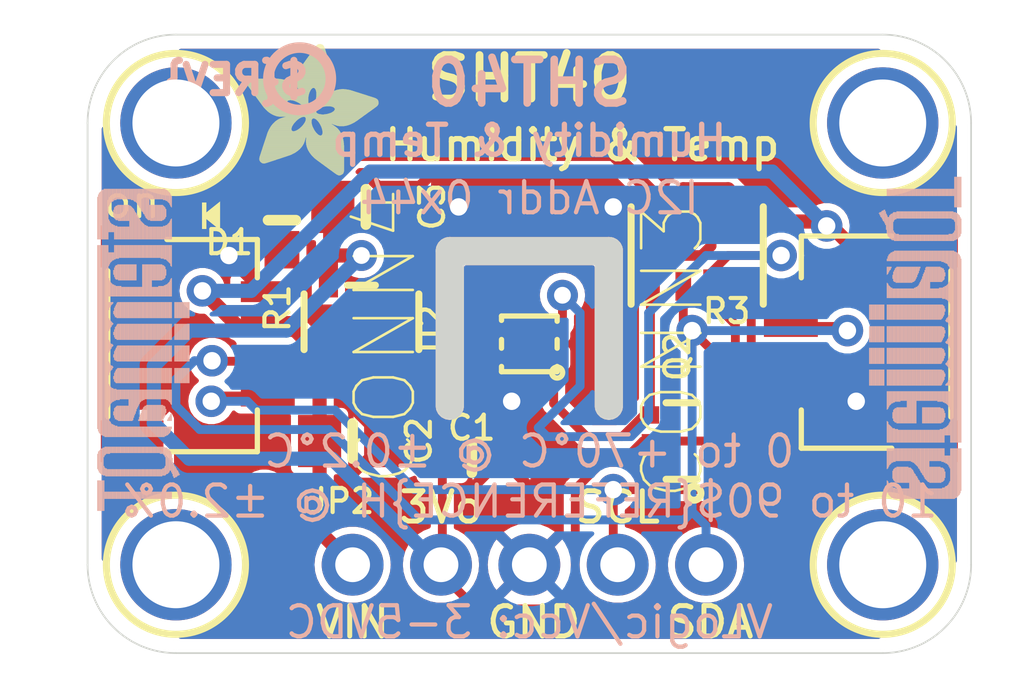
<source format=kicad_pcb>
(kicad_pcb (version 20221018) (generator pcbnew)
  (layers (0 "F.Cu" signal) (31 "B.Cu" signal) (34 "B.Paste" user) (35 "F.Paste" user) (36 "B.SilkS" user "B.Silkscreen") (37 "F.SilkS" user "F.Silkscreen") (38 "B.Mask" user) (39 "F.Mask" user) (44 "Edge.Cuts" user))
  (net 0 "")
  (net 1 "GND")
  (net 2 "SDA")
  (net 3 "SCL")
  (net 4 "SCL_3V")
  (net 5 "SDA_3V")
  (net 6 "3.3V")
  (net 7 "VCC")
  (net 8 "N$1")
  (footprint "working:MOUNTINGHOLE_2.5_PLATED" (layer "F.Cu") (at 158.6611 98.6536)
    (fp_text reference "U$17" hide)
    (fp_text value "MOUNTINGHOLE2.5" hide)
    (pad "P$1" thru_hole circle (at 0 0) (size 3.2 3.2) (drill 2.5) (layers "*.Cu" "*.Mask"))
    (zone (net 0) (net_name "") (layer "F.Cu") (connect_pads (clearance 0)) (min_thickness 0.25)
      (keepout (tracks not_allowed) (vias not_allowed) (pads not_allowed) (copperpour not_allowed) (footprints allowed))
      (fill (thermal_gap 0.5) (thermal_bridge_width 0.5))
      (polygon (pts (xy 160.6771 98.6536) (xy 160.65748 98.373027) (xy 160.599004 98.097915) (xy 160.502808 97.833619) (xy 160.370765 97.585283) (xy 160.205446 97.35774) (xy 160.010067 97.15542) (xy 159.788433 96.98226) (xy 159.544856 96.841631) (xy 159.284078 96.73627) (xy 159.011175 96.668228) (xy 158.731457 96.638828) (xy 158.450371 96.648644) (xy 158.173385 96.697484) (xy 157.905893 96.784397) (xy 157.6531 96.907693) (xy 157.419926 97.06497) (xy 157.210911 97.253169) (xy 157.030122 97.468625) (xy 156.881078 97.707145) (xy 156.76668 97.964087) (xy 156.689154 98.23445) (xy 156.650011 98.512971) (xy 156.650011 98.794229) (xy 156.689154 99.07275) (xy 156.76668 99.343113) (xy 156.881078 99.600055) (xy 157.030122 99.838575) (xy 157.210911 100.054031) (xy 157.419926 100.24223) (xy 157.6531 100.399507) (xy 157.905893 100.522803) (xy 158.173385 100.609716) (xy 158.450371 100.658556) (xy 158.731457 100.668372) (xy 159.011175 100.638972) (xy 159.284078 100.57093) (xy 159.544856 100.465569) (xy 159.788433 100.32494) (xy 160.010067 100.15178) (xy 160.205446 99.94946) (xy 160.370765 99.721917) (xy 160.502808 99.473581) (xy 160.599004 99.209285) (xy 160.65748 98.934173)))
      (polygon (pts (xy 158.6451 98.6536) (xy 158.649786 98.664914) (xy 158.6611 98.6696) (xy 158.672414 98.664914) (xy 158.6771 98.6536) (xy 158.672414 98.642286) (xy 158.6611 98.6376) (xy 158.649786 98.642286)))
    )
    (zone (net 0) (net_name "") (layer "B.Cu") (connect_pads (clearance 0)) (min_thickness 0.25)
      (keepout (tracks not_allowed) (vias not_allowed) (pads not_allowed) (copperpour not_allowed) (footprints allowed))
      (fill (thermal_gap 0.5) (thermal_bridge_width 0.5))
      (polygon (pts (xy 160.6771 98.6536) (xy 160.65748 98.373027) (xy 160.599004 98.097915) (xy 160.502808 97.833619) (xy 160.370765 97.585283) (xy 160.205446 97.35774) (xy 160.010067 97.15542) (xy 159.788433 96.98226) (xy 159.544856 96.841631) (xy 159.284078 96.73627) (xy 159.011175 96.668228) (xy 158.731457 96.638828) (xy 158.450371 96.648644) (xy 158.173385 96.697484) (xy 157.905893 96.784397) (xy 157.6531 96.907693) (xy 157.419926 97.06497) (xy 157.210911 97.253169) (xy 157.030122 97.468625) (xy 156.881078 97.707145) (xy 156.76668 97.964087) (xy 156.689154 98.23445) (xy 156.650011 98.512971) (xy 156.650011 98.794229) (xy 156.689154 99.07275) (xy 156.76668 99.343113) (xy 156.881078 99.600055) (xy 157.030122 99.838575) (xy 157.210911 100.054031) (xy 157.419926 100.24223) (xy 157.6531 100.399507) (xy 157.905893 100.522803) (xy 158.173385 100.609716) (xy 158.450371 100.658556) (xy 158.731457 100.668372) (xy 159.011175 100.638972) (xy 159.284078 100.57093) (xy 159.544856 100.465569) (xy 159.788433 100.32494) (xy 160.010067 100.15178) (xy 160.205446 99.94946) (xy 160.370765 99.721917) (xy 160.502808 99.473581) (xy 160.599004 99.209285) (xy 160.65748 98.934173)))
      (polygon (pts (xy 158.6451 98.6536) (xy 158.649786 98.664914) (xy 158.6611 98.6696) (xy 158.672414 98.664914) (xy 158.6771 98.6536) (xy 158.672414 98.642286) (xy 158.6611 98.6376) (xy 158.649786 98.642286)))
    )
  )
  (footprint "working:MOUNTINGHOLE_2.5_PLATED" (layer "F.Cu") (at 138.3411 98.6536)
    (fp_text reference "U$1" hide)
    (fp_text value "MOUNTINGHOLE2.5" hide)
    (pad "P$1" thru_hole circle (at 0 0) (size 3.2 3.2) (drill 2.5) (layers "*.Cu" "*.Mask"))
    (zone (net 0) (net_name "") (layer "F.Cu") (connect_pads (clearance 0)) (min_thickness 0.25)
      (keepout (tracks not_allowed) (vias not_allowed) (pads not_allowed) (copperpour not_allowed) (footprints allowed))
      (fill (thermal_gap 0.5) (thermal_bridge_width 0.5))
      (polygon (pts (xy 140.3571 98.6536) (xy 140.33748 98.373027) (xy 140.279004 98.097915) (xy 140.182808 97.833619) (xy 140.050765 97.585283) (xy 139.885446 97.35774) (xy 139.690067 97.15542) (xy 139.468433 96.98226) (xy 139.224856 96.841631) (xy 138.964078 96.73627) (xy 138.691175 96.668228) (xy 138.411457 96.638828) (xy 138.130371 96.648644) (xy 137.853385 96.697484) (xy 137.585893 96.784397) (xy 137.3331 96.907693) (xy 137.099926 97.06497) (xy 136.890911 97.253169) (xy 136.710122 97.468625) (xy 136.561078 97.707145) (xy 136.44668 97.964087) (xy 136.369154 98.23445) (xy 136.330011 98.512971) (xy 136.330011 98.794229) (xy 136.369154 99.07275) (xy 136.44668 99.343113) (xy 136.561078 99.600055) (xy 136.710122 99.838575) (xy 136.890911 100.054031) (xy 137.099926 100.24223) (xy 137.3331 100.399507) (xy 137.585893 100.522803) (xy 137.853385 100.609716) (xy 138.130371 100.658556) (xy 138.411457 100.668372) (xy 138.691175 100.638972) (xy 138.964078 100.57093) (xy 139.224856 100.465569) (xy 139.468433 100.32494) (xy 139.690067 100.15178) (xy 139.885446 99.94946) (xy 140.050765 99.721917) (xy 140.182808 99.473581) (xy 140.279004 99.209285) (xy 140.33748 98.934173)))
      (polygon (pts (xy 138.3251 98.6536) (xy 138.329786 98.664914) (xy 138.3411 98.6696) (xy 138.352414 98.664914) (xy 138.3571 98.6536) (xy 138.352414 98.642286) (xy 138.3411 98.6376) (xy 138.329786 98.642286)))
    )
    (zone (net 0) (net_name "") (layer "B.Cu") (connect_pads (clearance 0)) (min_thickness 0.25)
      (keepout (tracks not_allowed) (vias not_allowed) (pads not_allowed) (copperpour not_allowed) (footprints allowed))
      (fill (thermal_gap 0.5) (thermal_bridge_width 0.5))
      (polygon (pts (xy 140.3571 98.6536) (xy 140.33748 98.373027) (xy 140.279004 98.097915) (xy 140.182808 97.833619) (xy 140.050765 97.585283) (xy 139.885446 97.35774) (xy 139.690067 97.15542) (xy 139.468433 96.98226) (xy 139.224856 96.841631) (xy 138.964078 96.73627) (xy 138.691175 96.668228) (xy 138.411457 96.638828) (xy 138.130371 96.648644) (xy 137.853385 96.697484) (xy 137.585893 96.784397) (xy 137.3331 96.907693) (xy 137.099926 97.06497) (xy 136.890911 97.253169) (xy 136.710122 97.468625) (xy 136.561078 97.707145) (xy 136.44668 97.964087) (xy 136.369154 98.23445) (xy 136.330011 98.512971) (xy 136.330011 98.794229) (xy 136.369154 99.07275) (xy 136.44668 99.343113) (xy 136.561078 99.600055) (xy 136.710122 99.838575) (xy 136.890911 100.054031) (xy 137.099926 100.24223) (xy 137.3331 100.399507) (xy 137.585893 100.522803) (xy 137.853385 100.609716) (xy 138.130371 100.658556) (xy 138.411457 100.668372) (xy 138.691175 100.638972) (xy 138.964078 100.57093) (xy 139.224856 100.465569) (xy 139.468433 100.32494) (xy 139.690067 100.15178) (xy 139.885446 99.94946) (xy 140.050765 99.721917) (xy 140.182808 99.473581) (xy 140.279004 99.209285) (xy 140.33748 98.934173)))
      (polygon (pts (xy 138.3251 98.6536) (xy 138.329786 98.664914) (xy 138.3411 98.6696) (xy 138.352414 98.664914) (xy 138.3571 98.6536) (xy 138.352414 98.642286) (xy 138.3411 98.6376) (xy 138.329786 98.642286)))
    )
  )
  (footprint "working:SHT4X" (layer "F.Cu") (at 148.5011 105.0036 180)
    (fp_text reference "X1" hide)
    (fp_text value "SHT4X_" hide)
    (pad "1" smd rect (at -0.7 -0.4 270) (size 0.35 0.55) (layers "F.Cu" "F.Paste" "F.Mask") (net 5 "SDA_3V"))
    (pad "2" smd rect (at -0.7 0.4 270) (size 0.35 0.55) (layers "F.Cu" "F.Paste" "F.Mask") (net 4 "SCL_3V"))
    (pad "3" smd rect (at 0.7 0.4 270) (size 0.35 0.55) (layers "F.Cu" "F.Paste" "F.Mask") (net 6 "3.3V"))
    (pad "4" smd rect (at 0.7 -0.4 270) (size 0.35 0.55) (layers "F.Cu" "F.Paste" "F.Mask") (net 1 "GND"))
  )
  (footprint "working:1X05_ROUND_70" (layer "F.Cu") (at 148.5011 111.3536)
    (fp_text reference "JP2" (at -6.4262 -1.8288) (layer "F.SilkS") (effects (font (size 0.692831 0.692831) (thickness 0.119969)) (justify left)))
    (fp_text value "")
    (pad "1" thru_hole circle (at -5.08 0 90) (size 1.778 1.778) (drill 1) (layers "*.Cu" "*.Mask") (net 7 "VCC"))
    (pad "2" thru_hole circle (at -2.54 0 90) (size 1.778 1.778) (drill 1) (layers "*.Cu" "*.Mask") (net 6 "3.3V"))
    (pad "3" thru_hole circle (at 0 0 90) (size 1.778 1.778) (drill 1) (layers "*.Cu" "*.Mask") (net 1 "GND"))
    (pad "4" thru_hole circle (at 2.54 0 90) (size 1.778 1.778) (drill 1) (layers "*.Cu" "*.Mask") (net 3 "SCL"))
    (pad "5" thru_hole circle (at 5.08 0 90) (size 1.778 1.778) (drill 1) (layers "*.Cu" "*.Mask") (net 2 "SDA"))
  )
  (footprint "working:SOT363" (layer "F.Cu") (at 152.8826 107.7976 90)
    (fp_text reference "Q2" (at 1.651 -0.127 90) (layer "F.SilkS") (effects (font (size 0.692831 0.692831) (thickness 0.119969)) (justify left)))
    (fp_text value "BSS138")
    (pad "1" smd rect (at -0.75 0.9 90) (size 0.5 0.5) (layers "F.Cu" "F.Paste" "F.Mask") (net 4 "SCL_3V"))
    (pad "2" smd rect (at 0 0.9 90) (size 0.4 0.5) (layers "F.Cu" "F.Paste" "F.Mask") (net 6 "3.3V"))
    (pad "3" smd rect (at 0.75 0.9 90) (size 0.5 0.5) (layers "F.Cu" "F.Paste" "F.Mask") (net 2 "SDA"))
    (pad "4" smd rect (at 0.75 -0.9 90) (size 0.5 0.5) (layers "F.Cu" "F.Paste" "F.Mask") (net 5 "SDA_3V"))
    (pad "5" smd rect (at 0 -0.9 90) (size 0.4 0.5) (layers "F.Cu" "F.Paste" "F.Mask") (net 6 "3.3V"))
    (pad "6" smd rect (at -0.75 -0.9 90) (size 0.5 0.5) (layers "F.Cu" "F.Paste" "F.Mask") (net 3 "SCL"))
  )
  (footprint "working:FIDUCIAL_1MM" (layer "F.Cu") (at 140.8811 109.3216)
    (fp_text reference "FID3" hide)
    (fp_text value "FIDUCIAL_1MM" hide)
    (pad "1" smd roundrect (at 0 0) (size 1 1) (layers "F.Cu" "F.Mask") (roundrect_rratio 0.5))
  )
  (footprint "working:RESPACK_4X0603" (layer "F.Cu") (at 153.3271 102.4636 180)
    (fp_text reference "R3" (at -1.6 -1.6) (layer "F.SilkS") (effects (font (size 0.692831 0.692831) (thickness 0.119969)) (justify right)))
    (fp_text value "10K")
    (pad "1" smd rect (at -1.3 0.85 180) (size 0.45 0.9) (layers "F.Cu" "F.Paste" "F.Mask") (net 7 "VCC"))
    (pad "2" smd rect (at -0.4 0.85 180) (size 0.45 0.9) (layers "F.Cu" "F.Paste" "F.Mask") (net 6 "3.3V"))
    (pad "3" smd rect (at 0.4 0.85 180) (size 0.45 0.9) (layers "F.Cu" "F.Paste" "F.Mask") (net 7 "VCC"))
    (pad "4" smd rect (at 1.3 0.85 180) (size 0.45 0.9) (layers "F.Cu" "F.Paste" "F.Mask") (net 6 "3.3V"))
    (pad "5" smd rect (at 1.3 -0.85 180) (size 0.45 0.9) (layers "F.Cu" "F.Paste" "F.Mask") (net 5 "SDA_3V"))
    (pad "6" smd rect (at 0.4 -0.85 180) (size 0.45 0.9) (layers "F.Cu" "F.Paste" "F.Mask") (net 2 "SDA"))
    (pad "7" smd rect (at -0.4 -0.85 180) (size 0.45 0.9) (layers "F.Cu" "F.Paste" "F.Mask") (net 4 "SCL_3V"))
    (pad "8" smd rect (at -1.3 -0.85 180) (size 0.45 0.9) (layers "F.Cu" "F.Paste" "F.Mask") (net 3 "SCL"))
  )
  (footprint "working:FIDUCIAL_1MM" (layer "F.Cu") (at 155.3591 97.3836)
    (fp_text reference "FID4" hide)
    (fp_text value "FIDUCIAL_1MM" hide)
    (pad "1" smd roundrect (at 0 0) (size 1 1) (layers "F.Cu" "F.Mask") (roundrect_rratio 0.5))
  )
  (footprint "working:0603-NO" (layer "F.Cu") (at 141.3891 101.4476 -90)
    (fp_text reference "R1" (at 1.778 0.127 90) (layer "F.SilkS") (effects (font (size 0.692831 0.692831) (thickness 0.119969)) (justify right)))
    (fp_text value "10K")
    (pad "1" smd rect (at -0.85 0 270) (size 1.075 1) (layers "F.Cu" "F.Paste" "F.Mask") (net 6 "3.3V"))
    (pad "2" smd rect (at 0.85 0 270) (size 1.075 1) (layers "F.Cu" "F.Paste" "F.Mask") (net 8 "N$1"))
  )
  (footprint "working:CHIPLED_0603_NOOUTLINE" (layer "F.Cu") (at 139.3571 101.3206 90)
    (fp_text reference "D1" (at -0.762 1.27) (layer "F.SilkS") (effects (font (size 0.692831 0.692831) (thickness 0.119969)) (justify right)))
    (fp_text value "GREEN")
    (pad "A" smd rect (at 0 0.75 90) (size 0.8 0.8) (layers "F.Cu" "F.Paste" "F.Mask") (net 8 "N$1"))
    (pad "C" smd rect (at 0 -0.75 90) (size 0.8 0.8) (layers "F.Cu" "F.Paste" "F.Mask") (net 1 "GND"))
  )
  (footprint "working:MOUNTINGHOLE_2.5_PLATED" (layer "F.Cu") (at 158.6611 111.3536)
    (fp_text reference "U$21" hide)
    (fp_text value "MOUNTINGHOLE2.5" hide)
    (pad "P$1" thru_hole circle (at 0 0) (size 3.2 3.2) (drill 2.5) (layers "*.Cu" "*.Mask"))
    (zone (net 0) (net_name "") (layer "F.Cu") (connect_pads (clearance 0)) (min_thickness 0.25)
      (keepout (tracks not_allowed) (vias not_allowed) (pads not_allowed) (copperpour not_allowed) (footprints allowed))
      (fill (thermal_gap 0.5) (thermal_bridge_width 0.5))
      (polygon (pts (xy 160.6771 111.3536) (xy 160.65748 111.073027) (xy 160.599004 110.797915) (xy 160.502808 110.533619) (xy 160.370765 110.285283) (xy 160.205446 110.05774) (xy 160.010067 109.85542) (xy 159.788433 109.68226) (xy 159.544856 109.541631) (xy 159.284078 109.43627) (xy 159.011175 109.368228) (xy 158.731457 109.338828) (xy 158.450371 109.348644) (xy 158.173385 109.397484) (xy 157.905893 109.484397) (xy 157.6531 109.607693) (xy 157.419926 109.76497) (xy 157.210911 109.953169) (xy 157.030122 110.168625) (xy 156.881078 110.407145) (xy 156.76668 110.664087) (xy 156.689154 110.93445) (xy 156.650011 111.212971) (xy 156.650011 111.494229) (xy 156.689154 111.77275) (xy 156.76668 112.043113) (xy 156.881078 112.300055) (xy 157.030122 112.538575) (xy 157.210911 112.754031) (xy 157.419926 112.94223) (xy 157.6531 113.099507) (xy 157.905893 113.222803) (xy 158.173385 113.309716) (xy 158.450371 113.358556) (xy 158.731457 113.368372) (xy 159.011175 113.338972) (xy 159.284078 113.27093) (xy 159.544856 113.165569) (xy 159.788433 113.02494) (xy 160.010067 112.85178) (xy 160.205446 112.64946) (xy 160.370765 112.421917) (xy 160.502808 112.173581) (xy 160.599004 111.909285) (xy 160.65748 111.634173)))
      (polygon (pts (xy 158.6451 111.3536) (xy 158.649786 111.364914) (xy 158.6611 111.3696) (xy 158.672414 111.364914) (xy 158.6771 111.3536) (xy 158.672414 111.342286) (xy 158.6611 111.3376) (xy 158.649786 111.342286)))
    )
    (zone (net 0) (net_name "") (layer "B.Cu") (connect_pads (clearance 0)) (min_thickness 0.25)
      (keepout (tracks not_allowed) (vias not_allowed) (pads not_allowed) (copperpour not_allowed) (footprints allowed))
      (fill (thermal_gap 0.5) (thermal_bridge_width 0.5))
      (polygon (pts (xy 160.6771 111.3536) (xy 160.65748 111.073027) (xy 160.599004 110.797915) (xy 160.502808 110.533619) (xy 160.370765 110.285283) (xy 160.205446 110.05774) (xy 160.010067 109.85542) (xy 159.788433 109.68226) (xy 159.544856 109.541631) (xy 159.284078 109.43627) (xy 159.011175 109.368228) (xy 158.731457 109.338828) (xy 158.450371 109.348644) (xy 158.173385 109.397484) (xy 157.905893 109.484397) (xy 157.6531 109.607693) (xy 157.419926 109.76497) (xy 157.210911 109.953169) (xy 157.030122 110.168625) (xy 156.881078 110.407145) (xy 156.76668 110.664087) (xy 156.689154 110.93445) (xy 156.650011 111.212971) (xy 156.650011 111.494229) (xy 156.689154 111.77275) (xy 156.76668 112.043113) (xy 156.881078 112.300055) (xy 157.030122 112.538575) (xy 157.210911 112.754031) (xy 157.419926 112.94223) (xy 157.6531 113.099507) (xy 157.905893 113.222803) (xy 158.173385 113.309716) (xy 158.450371 113.358556) (xy 158.731457 113.368372) (xy 159.011175 113.338972) (xy 159.284078 113.27093) (xy 159.544856 113.165569) (xy 159.788433 113.02494) (xy 160.010067 112.85178) (xy 160.205446 112.64946) (xy 160.370765 112.421917) (xy 160.502808 112.173581) (xy 160.599004 111.909285) (xy 160.65748 111.634173)))
      (polygon (pts (xy 158.6451 111.3536) (xy 158.649786 111.364914) (xy 158.6611 111.3696) (xy 158.672414 111.364914) (xy 158.6771 111.3536) (xy 158.672414 111.342286) (xy 158.6611 111.3376) (xy 158.649786 111.342286)))
    )
  )
  (footprint "working:0603-NO" (layer "F.Cu") (at 146.8501 108.3056)
    (fp_text reference "C1" (at -0.762 -0.889) (layer "F.SilkS") (effects (font (size 0.692831 0.692831) (thickness 0.119969)) (justify left)))
    (fp_text value "0.1uF")
    (pad "1" smd rect (at -0.85 0) (size 1.075 1) (layers "F.Cu" "F.Paste" "F.Mask") (net 6 "3.3V"))
    (pad "2" smd rect (at 0.85 0) (size 1.075 1) (layers "F.Cu" "F.Paste" "F.Mask") (net 1 "GND"))
  )
  (footprint "working:SOT23-5" (layer "F.Cu") (at 143.6751 104.3686)
    (fp_text reference "U2" (at 2.032 -0.562 90) (layer "F.SilkS") (effects (font (size 0.692831 0.692831) (thickness 0.119969)) (justify right)))
    (fp_text value "AP2112K-3.3")
    (pad "1" smd rect (at -0.95 1.3001) (size 0.55 1.2) (layers "F.Cu" "F.Paste" "F.Mask") (net 7 "VCC"))
    (pad "2" smd rect (at 0 1.3001) (size 0.55 1.2) (layers "F.Cu" "F.Paste" "F.Mask") (net 1 "GND"))
    (pad "3" smd rect (at 0.95 1.3001) (size 0.55 1.2) (layers "F.Cu" "F.Paste" "F.Mask") (net 7 "VCC"))
    (pad "4" smd rect (at 0.95 -1.3001) (size 0.55 1.2) (layers "F.Cu" "F.Paste" "F.Mask"))
    (pad "5" smd rect (at -0.95 -1.3001) (size 0.55 1.2) (layers "F.Cu" "F.Paste" "F.Mask") (net 6 "3.3V"))
  )
  (footprint "working:MOUNTINGHOLE_2.5_PLATED" (layer "F.Cu") (at 138.3411 111.3536)
    (fp_text reference "U$19" hide)
    (fp_text value "MOUNTINGHOLE2.5" hide)
    (pad "P$1" thru_hole circle (at 0 0) (size 3.2 3.2) (drill 2.5) (layers "*.Cu" "*.Mask"))
    (zone (net 0) (net_name "") (layer "F.Cu") (connect_pads (clearance 0)) (min_thickness 0.25)
      (keepout (tracks not_allowed) (vias not_allowed) (pads not_allowed) (copperpour not_allowed) (footprints allowed))
      (fill (thermal_gap 0.5) (thermal_bridge_width 0.5))
      (polygon (pts (xy 140.3571 111.3536) (xy 140.33748 111.073027) (xy 140.279004 110.797915) (xy 140.182808 110.533619) (xy 140.050765 110.285283) (xy 139.885446 110.05774) (xy 139.690067 109.85542) (xy 139.468433 109.68226) (xy 139.224856 109.541631) (xy 138.964078 109.43627) (xy 138.691175 109.368228) (xy 138.411457 109.338828) (xy 138.130371 109.348644) (xy 137.853385 109.397484) (xy 137.585893 109.484397) (xy 137.3331 109.607693) (xy 137.099926 109.76497) (xy 136.890911 109.953169) (xy 136.710122 110.168625) (xy 136.561078 110.407145) (xy 136.44668 110.664087) (xy 136.369154 110.93445) (xy 136.330011 111.212971) (xy 136.330011 111.494229) (xy 136.369154 111.77275) (xy 136.44668 112.043113) (xy 136.561078 112.300055) (xy 136.710122 112.538575) (xy 136.890911 112.754031) (xy 137.099926 112.94223) (xy 137.3331 113.099507) (xy 137.585893 113.222803) (xy 137.853385 113.309716) (xy 138.130371 113.358556) (xy 138.411457 113.368372) (xy 138.691175 113.338972) (xy 138.964078 113.27093) (xy 139.224856 113.165569) (xy 139.468433 113.02494) (xy 139.690067 112.85178) (xy 139.885446 112.64946) (xy 140.050765 112.421917) (xy 140.182808 112.173581) (xy 140.279004 111.909285) (xy 140.33748 111.634173)))
      (polygon (pts (xy 138.3251 111.3536) (xy 138.329786 111.364914) (xy 138.3411 111.3696) (xy 138.352414 111.364914) (xy 138.3571 111.3536) (xy 138.352414 111.342286) (xy 138.3411 111.3376) (xy 138.329786 111.342286)))
    )
    (zone (net 0) (net_name "") (layer "B.Cu") (connect_pads (clearance 0)) (min_thickness 0.25)
      (keepout (tracks not_allowed) (vias not_allowed) (pads not_allowed) (copperpour not_allowed) (footprints allowed))
      (fill (thermal_gap 0.5) (thermal_bridge_width 0.5))
      (polygon (pts (xy 140.3571 111.3536) (xy 140.33748 111.073027) (xy 140.279004 110.797915) (xy 140.182808 110.533619) (xy 140.050765 110.285283) (xy 139.885446 110.05774) (xy 139.690067 109.85542) (xy 139.468433 109.68226) (xy 139.224856 109.541631) (xy 138.964078 109.43627) (xy 138.691175 109.368228) (xy 138.411457 109.338828) (xy 138.130371 109.348644) (xy 137.853385 109.397484) (xy 137.585893 109.484397) (xy 137.3331 109.607693) (xy 137.099926 109.76497) (xy 136.890911 109.953169) (xy 136.710122 110.168625) (xy 136.561078 110.407145) (xy 136.44668 110.664087) (xy 136.369154 110.93445) (xy 136.330011 111.212971) (xy 136.330011 111.494229) (xy 136.369154 111.77275) (xy 136.44668 112.043113) (xy 136.561078 112.300055) (xy 136.710122 112.538575) (xy 136.890911 112.754031) (xy 137.099926 112.94223) (xy 137.3331 113.099507) (xy 137.585893 113.222803) (xy 137.853385 113.309716) (xy 138.130371 113.358556) (xy 138.411457 113.368372) (xy 138.691175 113.338972) (xy 138.964078 113.27093) (xy 139.224856 113.165569) (xy 139.468433 113.02494) (xy 139.690067 112.85178) (xy 139.885446 112.64946) (xy 140.050765 112.421917) (xy 140.182808 112.173581) (xy 140.279004 111.909285) (xy 140.33748 111.634173)))
      (polygon (pts (xy 138.3251 111.3536) (xy 138.329786 111.364914) (xy 138.3411 111.3696) (xy 138.352414 111.364914) (xy 138.3571 111.3536) (xy 138.352414 111.342286) (xy 138.3411 111.3376) (xy 138.329786 111.342286)))
    )
  )
  (footprint "working:ADAFRUIT_3.5MM" (layer "F.Cu") (at 140.3731 100.1776)
    (fp_text reference "U$22" hide)
    (fp_text value "" hide)
  )
  (footprint "working:JST_SH4" (layer "F.Cu") (at 138.4681 105.0036 -90)
    (fp_text reference "CONN4" (at -4.6 -5.9 90) (layer "F.SilkS") (effects (font (size 1.703222 1.703222) (thickness 0.074778)) (justify right)))
    (fp_text value "STEMMA_I2C_QT" hide)
    (pad "1" smd rect (at -1.5 -2.514) (size 1.55 0.6) (layers "F.Cu" "F.Paste" "F.Mask") (net 1 "GND"))
    (pad "2" smd rect (at -0.5 -2.514) (size 1.55 0.6) (layers "F.Cu" "F.Paste" "F.Mask") (net 7 "VCC"))
    (pad "3" smd rect (at 0.5 -2.514) (size 1.55 0.6) (layers "F.Cu" "F.Paste" "F.Mask") (net 2 "SDA"))
    (pad "4" smd rect (at 1.5 -2.514) (size 1.55 0.6) (layers "F.Cu" "F.Paste" "F.Mask") (net 3 "SCL"))
    (pad "MT1" smd rect (at -2.8 1.386) (size 1.8 1.2) (layers "F.Cu" "F.Paste" "F.Mask") (net 1 "GND"))
    (pad "MT2" smd rect (at 2.8 1.386) (size 1.8 1.2) (layers "F.Cu" "F.Paste" "F.Mask") (net 1 "GND"))
  )
  (footprint "working:0805-NO" (layer "F.Cu") (at 143.4211 107.7976)
    (fp_text reference "C2" (at 1.905 -0.762 90) (layer "F.SilkS") (effects (font (size 0.692831 0.692831) (thickness 0.119969)) (justify right)))
    (fp_text value "10uF")
    (pad "1" smd rect (at -0.95 0) (size 1.24 1.5) (layers "F.Cu" "F.Paste" "F.Mask") (net 7 "VCC"))
    (pad "2" smd rect (at 0.95 0) (size 1.24 1.5) (layers "F.Cu" "F.Paste" "F.Mask") (net 1 "GND"))
  )
  (footprint "working:0805-NO" (layer "F.Cu") (at 143.8021 101.0666)
    (fp_text reference "C3" (at 1.905 -0.762 90) (layer "F.SilkS") (effects (font (size 0.692831 0.692831) (thickness 0.119969)) (justify right)))
    (fp_text value "10uF")
    (pad "1" smd rect (at -0.95 0) (size 1.24 1.5) (layers "F.Cu" "F.Paste" "F.Mask") (net 6 "3.3V"))
    (pad "2" smd rect (at 0.95 0) (size 1.24 1.5) (layers "F.Cu" "F.Paste" "F.Mask") (net 1 "GND"))
  )
  (footprint "working:JST_SH4" (layer "F.Cu") (at 158.5341 105.0036 90)
    (fp_text reference "CONN3" (at -4.6 -5.9 90) (layer "F.SilkS") (effects (font (size 1.703222 1.703222) (thickness 0.074778)) (justify left)))
    (fp_text value "STEMMA_I2C_QT" hide)
    (pad "1" smd rect (at -1.5 -2.514 180) (size 1.55 0.6) (layers "F.Cu" "F.Paste" "F.Mask") (net 1 "GND"))
    (pad "2" smd rect (at -0.5 -2.514 180) (size 1.55 0.6) (layers "F.Cu" "F.Paste" "F.Mask") (net 7 "VCC"))
    (pad "3" smd rect (at 0.5 -2.514 180) (size 1.55 0.6) (layers "F.Cu" "F.Paste" "F.Mask") (net 2 "SDA"))
    (pad "4" smd rect (at 1.5 -2.514 180) (size 1.55 0.6) (layers "F.Cu" "F.Paste" "F.Mask") (net 3 "SCL"))
    (pad "MT1" smd rect (at -2.8 1.386 180) (size 1.8 1.2) (layers "F.Cu" "F.Paste" "F.Mask") (net 1 "GND"))
    (pad "MT2" smd rect (at 2.8 1.386 180) (size 1.8 1.2) (layers "F.Cu" "F.Paste" "F.Mask") (net 1 "GND"))
  )
  (footprint "working:STEMMAQT" (layer "B.Cu") (at 158.2801 109.4486 90)
    (fp_text reference "U$30" hide)
    (fp_text value "" hide)
  )
  (footprint "working:PCBFEAT-REV-040" (layer "B.Cu") (at 141.8971 97.3836 180)
    (fp_text reference "U$25" hide)
    (fp_text value "" hide)
    (fp_text user "${REV}" (at -0.3556 -0.508) (layer "B.SilkS") (effects (font (size 0.8128 0.8128) (thickness 0.2032)) (justify left bottom mirror)))
  )
  (footprint "working:STEMMAQT" (layer "B.Cu") (at 138.7221 100.5586 -90)
    (fp_text reference "U$31" hide)
    (fp_text value "" hide)
  )
  (gr_line (start 161.2011 111.3536) (end 161.2011 98.6536) (stroke (width 0.05)) (layer "Edge.Cuts"))
  (gr_line (start 135.8011 98.6536) (end 135.8011 111.3536) (stroke (width 0.05)) (layer "Edge.Cuts"))
  (gr_line (start 146.2151 106.7816) (end 146.2151 102.3366) (stroke (width 0.8128)) (layer "Edge.Cuts"))
  (gr_arc (start 135.8011 98.6536) (mid 136.545049 96.857549) (end 138.3411 96.1136) (stroke (width 0.05)) (layer "Edge.Cuts"))
  (gr_arc (start 161.2011 111.3536) (mid 160.457151 113.149651) (end 158.6611 113.8936) (stroke (width 0.05)) (layer "Edge.Cuts"))
  (gr_arc (start 158.6611 96.1136) (mid 160.457151 96.857549) (end 161.2011 98.6536) (stroke (width 0.05)) (layer "Edge.Cuts"))
  (gr_line (start 146.2151 102.3366) (end 150.7871 102.3366) (stroke (width 0.8128)) (layer "Edge.Cuts"))
  (gr_line (start 138.3411 113.8936) (end 158.6611 113.8936) (stroke (width 0.05)) (layer "Edge.Cuts"))
  (gr_line (start 150.7871 102.3366) (end 150.7871 106.7816) (stroke (width 0.8128)) (layer "Edge.Cuts"))
  (gr_line (start 158.6611 96.1136) (end 138.3411 96.1136) (stroke (width 0.05)) (layer "Edge.Cuts"))
  (gr_arc (start 138.3411 113.8936) (mid 136.545049 113.149651) (end 135.8011 111.3536) (stroke (width 0.05)) (layer "Edge.Cuts"))
  (gr_text "Humidity & Temp" (at 148.5011 99.1616) (layer "B.SilkS") (effects (font (size 0.8636 0.8636) (thickness 0.1524)) (justify mirror)))
  (gr_text "0 to +70°C @ ±0.2°C\n10 to 90%RH @ ±2.0%" (at 148.5011 108.8136) (layer "B.SilkS") (effects (font (size 0.89408 0.89408) (thickness 0.12192)) (justify mirror)))
  (gr_text "VLogic/Vcc: 3-5VDC" (at 148.5011 113.0046) (layer "B.SilkS") (effects (font (size 0.89408 0.89408) (thickness 0.12192)) (justify mirror)))
  (gr_text "I2C Addr 0x44" (at 148.5011 100.8126) (layer "B.SilkS") (effects (font (size 0.89408 0.89408) (thickness 0.12192)) (justify mirror)))
  (gr_text "SHT40" (at 148.5011 97.5106) (layer "B.SilkS") (effects (font (size 1.25222 1.25222) (thickness 0.22098)) (justify mirror)))
  (gr_text "on" (at 136.1821 101.4476) (layer "F.SilkS") (effects (font (size 0.89408 0.89408) (thickness 0.12192)) (justify left bottom)))
  (gr_text "3Vo" (at 145.9611 109.7026) (layer "F.SilkS") (effects (font (size 0.87376 0.87376) (thickness 0.14224))))
  (gr_text "SCL" (at 151.0411 109.7026) (layer "F.SilkS") (effects (font (size 0.87376 0.87376) (thickness 0.14224))))
  (gr_text "SHT40" (at 148.5011 97.3836) (layer "F.SilkS") (effects (font (size 1.25222 1.25222) (thickness 0.22098))))
  (gr_text "VIN" (at 143.4211 113.0046) (layer "F.SilkS") (effects (font (size 0.87376 0.87376) (thickness 0.14224))))
  (gr_text "SDA" (at 153.7081 113.0046) (layer "F.SilkS") (effects (font (size 0.87376 0.87376) (thickness 0.14224))))
  (gr_text "Humidity & Temp" (at 150.0251 99.2886) (layer "F.SilkS") (effects (font (size 0.8636 0.8636) (thickness 0.1524))))
  (gr_text "GND" (at 148.6281 113.0046) (layer "F.SilkS") (effects (font (size 0.87376 0.87376) (thickness 0.14224))))
  (segment (start 144.3711 107.4166) (end 143.6751 106.7206) (width 0.4064) (layer "F.Cu") (net 1))
  (segment (start 140.9051 103.5036) (end 139.8651 102.4636) (width 0.4064) (layer "F.Cu") (net 1))
  (segment (start 143.6751 105.6687) (end 143.6751 106.7206) (width 0.4064) (layer "F.Cu") (net 1))
  (segment (start 144.3711 107.7976) (end 144.3711 107.4166) (width 0.4064) (layer "F.Cu") (net 1))
  (segment (start 140.9821 103.5036) (end 140.9051 103.5036) (width 0.4064) (layer "F.Cu") (net 1))
  (via (at 150.9141 101.0666) (size 0.9064) (drill 0.5) (layers "F.Cu" "B.Cu") (net 1))
  (via (at 147.9931 106.6546) (size 0.9064) (drill 0.5) (layers "F.Cu" "B.Cu") (net 1))
  (via (at 146.4691 101.0666) (size 0.9064) (drill 0.5) (layers "F.Cu" "B.Cu") (net 1))
  (via (at 157.8991 106.6546) (size 0.9064) (drill 0.5) (layers "F.Cu" "B.Cu") (net 1))
  (via (at 139.8651 102.4636) (size 0.9064) (drill 0.5) (layers "F.Cu" "B.Cu") (net 1))
  (segment (start 156.0201 104.5036) (end 157.5261 104.5036) (width 0.254) (layer "F.Cu") (net 2))
  (segment (start 140.9821 105.5036) (end 139.379706 105.5036) (width 0.254) (layer "F.Cu") (net 2))
  (segment (start 152.9271 104.3686) (end 152.9271 103.3136) (width 0.254) (layer "F.Cu") (net 2))
  (segment (start 153.1811 104.6226) (end 152.9271 104.3686) (width 0.254) (layer "F.Cu") (net 2))
  (segment (start 139.379706 105.5036) (end 139.379706 105.488994) (width 0.254) (layer "F.Cu") (net 2))
  (segment (start 153.7826 105.2241) (end 153.1811 104.6226) (width 0.254) (layer "F.Cu") (net 2))
  (segment (start 157.5261 104.5036) (end 157.6451 104.6226) (width 0.254) (layer "F.Cu") (net 2))
  (segment (start 153.7826 107.0476) (end 153.7826 105.2241) (width 0.254) (layer "F.Cu") (net 2))
  (via (at 153.1811 104.6226) (size 0.9064) (drill 0.5) (layers "F.Cu" "B.Cu") (net 2))
  (via (at 139.379706 105.488994) (size 0.9064) (drill 0.5) (layers "F.Cu" "B.Cu") (net 2))
  (via (at 157.6451 104.6226) (size 0.9064) (drill 0.5) (layers "F.Cu" "B.Cu") (net 2))
  (segment (start 142.745 107.4674) (end 145.3422 110.0646) (width 0.254) (layer "B.Cu") (net 2))
  (segment (start 153.1811 109.8296) (end 153.1811 104.6226) (width 0.254) (layer "B.Cu") (net 2))
  (segment (start 153.5811 110.2296) (end 153.5811 111.3536) (width 0.254) (layer "B.Cu") (net 2))
  (segment (start 157.6451 104.6226) (end 153.1811 104.6226) (width 0.254) (layer "B.Cu") (net 2))
  (segment (start 138.871706 105.488994) (end 138.3411 106.0196) (width 0.254) (layer "B.Cu") (net 2))
  (segment (start 153.1811 109.8296) (end 153.5811 110.2296) (width 0.254) (layer "B.Cu") (net 2))
  (segment (start 139.0269 107.4674) (end 142.745 107.4674) (width 0.254) (layer "B.Cu") (net 2))
  (segment (start 145.3422 110.0646) (end 152.9461 110.0646) (width 0.254) (layer "B.Cu") (net 2))
  (segment (start 138.3411 106.7816) (end 139.0269 107.4674) (width 0.254) (layer "B.Cu") (net 2))
  (segment (start 139.379706 105.488994) (end 138.871706 105.488994) (width 0.254) (layer "B.Cu") (net 2))
  (segment (start 138.3411 106.0196) (end 138.3411 106.7816) (width 0.254) (layer "B.Cu") (net 2))
  (segment (start 152.9461 110.0646) (end 153.1811 109.8296) (width 0.254) (layer "B.Cu") (net 2))
  (segment (start 152.08935 108.65435) (end 151.5491 109.1946) (width 0.254) (layer "F.Cu") (net 3))
  (segment (start 154.2161 109.1946) (end 152.5541 109.1946) (width 0.254) (layer "F.Cu") (net 3))
  (segment (start 150.9141 109.1946) (end 151.5491 109.1946) (width 0.254) (layer "F.Cu") (net 3))
  (segment (start 154.6271 103.3136) (end 154.8811 103.5676) (width 0.254) (layer "F.Cu") (net 3))
  (segment (start 140.9821 106.5036) (end 139.5081 106.5036) (width 0.254) (layer "F.Cu") (net 3))
  (segment (start 154.8811 108.5296) (end 154.2161 109.1946) (width 0.254) (layer "F.Cu") (net 3))
  (segment (start 150.9141 109.1946) (end 150.9141 111.2266) (width 0.254) (layer "F.Cu") (net 3))
  (segment (start 151.9826 108.5476) (end 152.08935 108.65435) (width 0.254) (layer "F.Cu") (net 3))
  (segment (start 156.0201 103.5036) (end 154.8171 103.5036) (width 0.254) (layer "F.Cu") (net 3))
  (segment (start 151.9826 108.5476) (end 151.9826 108.6231) (width 0.254) (layer "F.Cu") (net 3))
  (segment (start 139.5081 106.5036) (end 139.3571 106.6546) (width 0.254) (layer "F.Cu") (net 3))
  (segment (start 150.9141 111.2266) (end 151.0411 111.3536) (width 0.254) (layer "F.Cu") (net 3))
  (segment (start 154.8171 103.5036) (end 154.6271 103.3136) (width 0.254) (layer "F.Cu") (net 3))
  (segment (start 154.8811 103.5676) (end 154.8811 108.5296) (width 0.254) (layer "F.Cu") (net 3))
  (segment (start 152.5541 109.1946) (end 151.9826 108.6231) (width 0.254) (layer "F.Cu") (net 3))
  (via (at 150.9141 109.1946) (size 0.9064) (drill 0.5) (layers "F.Cu" "B.Cu") (net 3))
  (via (at 139.3571 106.6546) (size 0.9064) (drill 0.5) (layers "F.Cu" "B.Cu") (net 3))
  (segment (start 150.9141 109.1946) (end 145.1991 109.1946) (width 0.254) (layer "B.Cu") (net 3))
  (segment (start 145.1991 109.1946) (end 142.9131 106.9086) (width 0.254) (layer "B.Cu") (net 3))
  (segment (start 139.3571 106.6546) (end 140.396262 106.6546) (width 0.254) (layer "B.Cu") (net 3))
  (segment (start 140.396262 106.6546) (end 140.650262 106.9086) (width 0.254) (layer "B.Cu") (net 3))
  (segment (start 142.9131 106.9086) (end 140.650262 106.9086) (width 0.254) (layer "B.Cu") (net 3))
  (segment (start 153.7271 103.3136) (end 153.7271 102.9526) (width 0.254) (layer "F.Cu") (net 4))
  (segment (start 149.4536 104.42595) (end 149.4536 103.6066) (width 0.254) (layer "F.Cu") (net 4))
  (segment (start 153.7271 102.9526) (end 154.2161 102.4636) (width 0.254) (layer "F.Cu") (net 4))
  (segment (start 154.4239 104.4494) (end 154.4239 108.1786) (width 0.254) (layer "F.Cu") (net 4))
  (segment (start 153.7271 103.3136) (end 153.7271 103.7526) (width 0.254) (layer "F.Cu") (net 4))
  (segment (start 149.4536 104.42595) (end 149.27595 104.6036) (width 0.254) (layer "F.Cu") (net 4))
  (segment (start 153.7271 103.7526) (end 154.4239 104.4494) (width 0.254) (layer "F.Cu") (net 4))
  (segment (start 153.7826 108.5476) (end 154.0549 108.5476) (width 0.254) (layer "F.Cu") (net 4))
  (segment (start 149.2011 104.6036) (end 149.27595 104.6036) (width 0.254) (layer "F.Cu") (net 4))
  (segment (start 154.2161 102.4636) (end 155.7401 102.4636) (width 0.254) (layer "F.Cu") (net 4))
  (segment (start 154.4239 108.1786) (end 154.0549 108.5476) (width 0.254) (layer "F.Cu") (net 4))
  (via (at 149.4536 103.6066) (size 0.889) (drill 0.4826) (layers "F.Cu" "B.Cu") (net 4))
  (via (at 155.7401 102.4636) (size 0.9064) (drill 0.5) (layers "F.Cu" "B.Cu") (net 4))
  (segment (start 153.5811 102.4636) (end 155.7401 102.4636) (width 0.254) (layer "B.Cu") (net 4))
  (segment (start 149.9616 104.1146) (end 149.9616 106.2133) (width 0.254) (layer "B.Cu") (net 4))
  (segment (start 149.4536 103.6066) (end 149.9616 104.1146) (width 0.254) (layer "B.Cu") (net 4))
  (segment (start 151.9301 107.1626) (end 151.9301 104.1146) (width 0.254) (layer "B.Cu") (net 4))
  (segment (start 148.7583 107.4166) (end 149.9616 106.2133) (width 0.254) (layer "B.Cu") (net 4))
  (segment (start 151.4221 107.6706) (end 151.9301 107.1626) (width 0.254) (layer "B.Cu") (net 4))
  (segment (start 151.4221 107.6706) (end 149.0123 107.6706) (width 0.254) (layer "B.Cu") (net 4))
  (segment (start 149.0123 107.6706) (end 148.7583 107.4166) (width 0.254) (layer "B.Cu") (net 4))
  (segment (start 151.9301 104.1146) (end 153.5811 102.4636) (width 0.254) (layer "B.Cu") (net 4))
  (segment (start 150.1521 107.6706) (end 149.2011 106.7196) (width 0.254) (layer "F.Cu") (net 5))
  (segment (start 149.2011 106.7196) (end 149.2011 105.4036) (width 0.254) (layer "F.Cu") (net 5))
  (segment (start 151.9826 103.3581) (end 151.9826 107.0476) (width 0.254) (layer "F.Cu") (net 5))
  (segment (start 151.7921 107.0476) (end 151.1691 107.6706) (width 0.254) (layer "F.Cu") (net 5))
  (segment (start 151.7921 107.0476) (end 151.9826 107.0476) (width 0.254) (layer "F.Cu") (net 5))
  (segment (start 152.0271 103.3136) (end 151.9826 103.3581) (width 0.254) (layer "F.Cu") (net 5))
  (segment (start 150.1521 107.6706) (end 151.1691 107.6706) (width 0.254) (layer "F.Cu") (net 5))
  (segment (start 147.1041 104.9401) (end 147.1041 107.2016) (width 0.254) (layer "F.Cu") (net 6))
  (segment (start 153.7271 101.6136) (end 153.7271 102.1906) (width 0.3048) (layer "F.Cu") (net 6))
  (segment (start 146.9771 112.6236) (end 146.0001 111.6466) (width 0.254) (layer "F.Cu") (net 6))
  (segment (start 142.4931 101.0666) (end 142.8521 101.0666) (width 0.3048) (layer "F.Cu") (net 6))
  (segment (start 146.0001 108.3056) (end 146.0001 111.3146) (width 0.254) (layer "F.Cu") (net 6))
  (segment (start 142.8521 101.0666) (end 142.8521 100.1116) (width 0.4064) (layer "F.Cu") (net 6))
  (segment (start 147.1041 107.2016) (end 146.0001 108.3056) (width 0.254) (layer "F.Cu") (net 6))
  (segment (start 152.0271 102.4636) (end 152.0271 101.6136) (width 0.3048) (layer "F.Cu") (net 6))
  (segment (start 149.8219 112.0648) (end 149.2631 112.6236) (width 0.254) (layer "F.Cu") (net 6))
  (segment (start 143.4211 99.5426) (end 150.9141 99.5426) (width 0.4064) (layer "F.Cu") (net 6))
  (segment (start 142.7251 102.5906) (end 142.7251 103.0685) (width 0.3048) (layer "F.Cu") (net 6))
  (segment (start 142.8521 101.0666) (end 142.7251 101.1936) (width 0.3048) (layer "F.Cu") (net 6))
  (segment (start 142.4931 101.0666) (end 142.0241 100.5976) (width 0.3048) (layer "F.Cu") (net 6))
  (segment (start 142.8521 102.4636) (end 142.7251 102.5906) (width 0.4064) (layer "F.Cu") (net 6))
  (segment (start 152.0271 100.6556) (end 152.0271 101.6136) (width 0.4064) (layer "F.Cu") (net 6))
  (segment (start 151.9826 107.7976) (end 151.765625 107.7976) (width 0.254) (layer "F.Cu") (net 6))
  (segment (start 150.9141 99.5426) (end 152.0271 100.6556) (width 0.4064) (layer "F.Cu") (net 6))
  (segment (start 151.9826 107.7976) (end 153.7826 107.7976) (width 0.254) (layer "F.Cu") (net 6))
  (segment (start 151.765625 107.7976) (end 151.152025 108.4112) (width 0.254) (layer "F.Cu") (net 6))
  (segment (start 142.7251 101.1936) (end 142.7251 102.5906) (width 0.3048) (layer "F.Cu") (net 6))
  (segment (start 149.2631 112.6236) (end 146.9771 112.6236) (width 0.254) (layer "F.Cu") (net 6))
  (segment (start 151.152025 108.4112) (end 150.5896 108.4112) (width 0.254) (layer "F.Cu") (net 6))
  (segment (start 142.8521 100.1116) (end 143.4211 99.5426) (width 0.4064) (layer "F.Cu") (net 6))
  (segment (start 150.5896 108.4112) (end 149.8219 109.1789) (width 0.254) (layer "F.Cu") (net 6))
  (segment (start 146.0001 111.6466) (end 146.0001 111.3146) (width 0.254) (layer "F.Cu") (net 6))
  (segment (start 143.6751 102.4636) (end 142.8521 102.4636) (width 0.4064) (layer "F.Cu") (net 6))
  (segment (start 153.4541 102.4636) (end 152.0271 102.4636) (width 0.3048) (layer "F.Cu") (net 6))
  (segment (start 146.0001 111.3146) (end 145.9611 111.3536) (width 0.254) (layer "F.Cu") (net 6))
  (segment (start 149.8219 109.1789) (end 149.8219 112.0648) (width 0.254) (layer "F.Cu") (net 6))
  (segment (start 147.4406 104.6036) (end 147.1041 104.9401) (width 0.254) (layer "F.Cu") (net 6))
  (segment (start 153.7271 102.1906) (end 153.4541 102.4636) (width 0.3048) (layer "F.Cu") (net 6))
  (segment (start 147.4406 104.6036) (end 147.8011 104.6036) (width 0.254) (layer "F.Cu") (net 6))
  (segment (start 141.3891 100.5976) (end 142.0241 100.5976) (width 0.3048) (layer "F.Cu") (net 6))
  (via (at 143.6751 102.4636) (size 0.889) (drill 0.4826) (layers "F.Cu" "B.Cu") (net 6))
  (segment (start 137.7061 105.6386) (end 138.7221 104.6226) (width 0.4064) (layer "B.Cu") (net 6))
  (segment (start 145.876856 111.3536) (end 145.9611 111.3536) (width 0.4064) (layer "B.Cu") (net 6))
  (segment (start 138.7221 108.3056) (end 142.828856 108.3056) (width 0.4064) (layer "B.Cu") (net 6))
  (segment (start 142.828856 108.3056) (end 145.876856 111.3536) (width 0.4064) (layer "B.Cu") (net 6))
  (segment (start 138.7221 104.6226) (end 141.5161 104.6226) (width 0.4064) (layer "B.Cu") (net 6))
  (segment (start 137.7061 107.2896) (end 138.7221 108.3056) (width 0.4064) (layer "B.Cu") (net 6))
  (segment (start 137.7061 107.2896) (end 137.7061 105.6386) (width 0.4064) (layer "B.Cu") (net 6))
  (segment (start 141.5161 104.6226) (end 143.6751 102.4636) (width 0.4064) (layer "B.Cu") (net 6))
  (segment (start 142.4711 107.7976) (end 142.4711 110.4036) (width 0.4064) (layer "F.Cu") (net 7))
  (segment (start 140.1271 104.5036) (end 139.1031 103.4796) (width 0.4064) (layer "F.Cu") (net 7))
  (segment (start 158.2881 105.5036) (end 158.9151 104.8766) (width 0.4064) (layer "F.Cu") (net 7))
  (segment (start 156.0201 105.5036) (end 158.2881 105.5036) (width 0.4064) (layer "F.Cu") (net 7))
  (segment (start 152.9271 101.6136) (end 152.9271 100.5586) (width 0.4064) (layer "F.Cu") (net 7))
  (segment (start 142.9131 104.4956) (end 142.7251 104.6836) (width 0.4064) (layer "F.Cu") (net 7))
  (segment (start 158.9151 104.8766) (end 158.9151 103.3526) (width 0.4064) (layer "F.Cu") (net 7))
  (segment (start 140.9821 104.5036) (end 141.6561 104.5036) (width 0.4064) (layer "F.Cu") (net 7))
  (segment (start 142.7251 105.5726) (end 142.7251 105.6687) (width 0.4064) (layer "F.Cu") (net 7))
  (segment (start 157.1761 101.6136) (end 157.0491 101.6136) (width 0.4064) (layer "F.Cu") (net 7))
  (segment (start 142.7251 105.6687) (end 142.4711 105.9227) (width 0.4064) (layer "F.Cu") (net 7))
  (segment (start 157.0491 101.6136) (end 156.9221 101.4866) (width 0.4064) (layer "F.Cu") (net 7))
  (segment (start 142.4711 110.4036) (end 143.4211 111.3536) (width 0.4064) (layer "F.Cu") (net 7))
  (segment (start 142.7251 104.6836) (end 142.7251 105.5726) (width 0.4064) (layer "F.Cu") (net 7))
  (segment (start 142.4711 105.9227) (end 142.4711 107.7976) (width 0.4064) (layer "F.Cu") (net 7))
  (segment (start 156.9221 101.4866) (end 154.7541 101.4866) (width 0.4064) (layer "F.Cu") (net 7))
  (segment (start 140.9821 104.5036) (end 140.1271 104.5036) (width 0.4064) (layer "F.Cu") (net 7))
  (segment (start 144.6251 104.4956) (end 142.9131 104.4956) (width 0.4064) (layer "F.Cu") (net 7))
  (segment (start 141.6561 104.5036) (end 142.7251 105.5726) (width 0.4064) (layer "F.Cu") (net 7))
  (segment (start 144.6251 105.6687) (end 144.6251 104.4956) (width 0.4064) (layer "F.Cu") (net 7))
  (segment (start 158.9151 103.3526) (end 157.1761 101.6136) (width 0.4064) (layer "F.Cu") (net 7))
  (segment (start 152.9271 100.5586) (end 154.2161 100.5586) (width 0.4064) (layer "F.Cu") (net 7))
  (segment (start 154.6271 100.9696) (end 154.2161 100.5586) (width 0.4064) (layer "F.Cu") (net 7))
  (segment (start 154.6271 100.9696) (end 154.6271 101.6136) (width 0.4064) (layer "F.Cu") (net 7))
  (segment (start 154.6271 101.6136) (end 154.7541 101.4866) (width 0.4064) (layer "F.Cu") (net 7))
  (via (at 157.0491 101.6136) (size 0.9064) (drill 0.5) (layers "F.Cu" "B.Cu") (net 7))
  (via (at 139.1031 103.4796) (size 0.9064) (drill 0.5) (layers "F.Cu" "B.Cu") (net 7))
  (segment (start 139.1031 103.4796) (end 140.5001 103.4796) (width 0.4064) (layer "B.Cu") (net 7))
  (segment (start 143.9291 100.0506) (end 140.5001 103.4796) (width 0.4064) (layer "B.Cu") (net 7))
  (segment (start 157.0491 101.6136) (end 155.4861 100.0506) (width 0.4064) (layer "B.Cu") (net 7))
  (segment (start 155.4861 100.0506) (end 143.9291 100.0506) (width 0.4064) (layer "B.Cu") (net 7))
  (segment (start 140.1071 101.3206) (end 141.0841 102.2976) (width 0.254) (layer "F.Cu") (net 8))
  (segment (start 141.0841 102.2976) (end 141.3891 102.2976) (width 0.254) (layer "F.Cu") (net 8))
  (zone (net 1) (net_name "GND") (layer "F.Cu") (priority 6) (connect_pads (clearance 0.000001)) (min_thickness 0.127) (fill yes (thermal_gap 0.304) (thermal_bridge_width 0.304))
    (polygon (pts (xy 161.3281 114.0206) (xy 135.6741 114.0206) (xy 135.6741 95.9866) (xy 161.3281 95.9866)))
  )
  (zone (net 1) (net_name "GND") (layer "B.Cu") (priority 6) (connect_pads (clearance 0.000001)) (min_thickness 0.127) (fill yes (thermal_gap 0.304) (thermal_bridge_width 0.304))
    (polygon (pts (xy 161.3281 114.0206) (xy 135.6741 114.0206) (xy 135.6741 95.9866) (xy 161.3281 95.9866)))
  )
)
</source>
